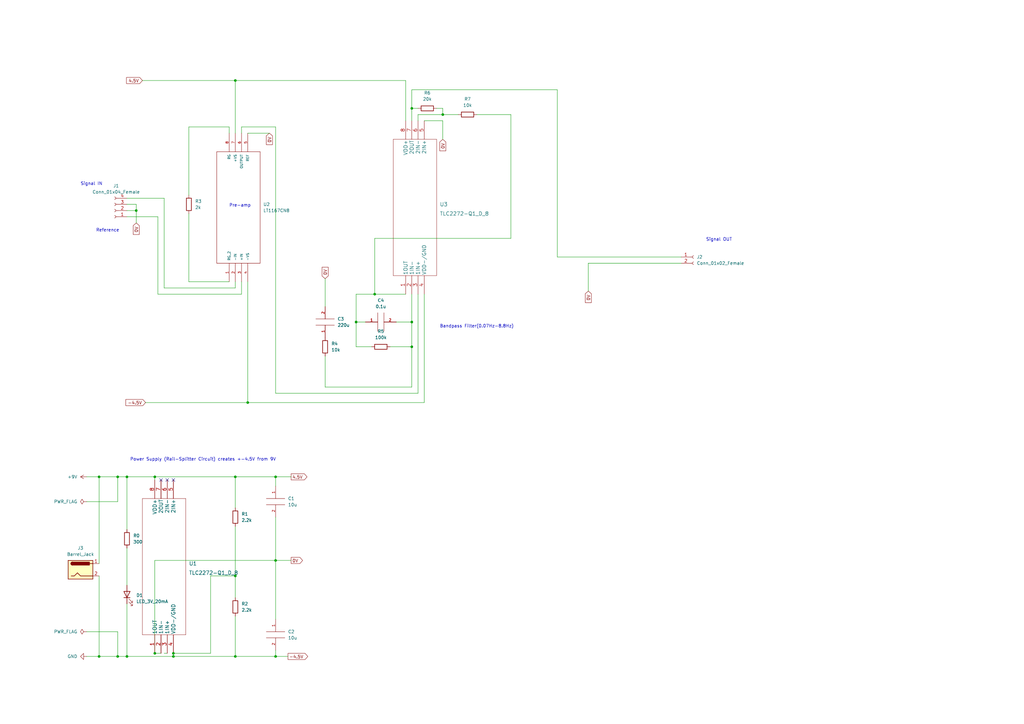
<source format=kicad_sch>
(kicad_sch (version 20211123) (generator eeschema)
  (paper "A3")
  (lib_symbols
    (symbol "2022-05-08_21-14-39:TLC2272-Q1_D_8" (pin_names (offset 0.254))
      (property "Reference" "U" (at 35.56 10.16 0))
      (property "Value" "TLC2272-Q1_D_8" (at 35.56 7.62 0))
      (symbol "TLC2272-Q1_D_8_1_1"
        (polyline (pts (xy 7.62 -12.7) (xy 63.5 -12.7)) (stroke (width 0.127)))
        (polyline (pts (xy 7.62 5.08) (xy 7.62 -12.7)) (stroke (width 0.127)))
        (polyline (pts (xy 63.5 -12.7) (xy 63.5 5.08)) (stroke (width 0.127)))
        (polyline (pts (xy 63.5 5.08) (xy 7.62 5.08)) (stroke (width 0.127)))
        (pin output line (at 0 0 0) (length 7.62) (name "1OUT") (number "1"))
        (pin input line (at 0 -2.54 0) (length 7.62) (name "1IN-") (number "2"))
        (pin input line (at 0 -5.08 0) (length 7.62) (name "1IN+") (number "3"))
        (pin power_in line (at 0 -7.62 0) (length 7.62) (name "VDD-/GND") (number "4"))
        (pin input line (at 71.12 -7.62 180) (length 7.62) (name "2IN+") (number "5"))
        (pin input line (at 71.12 -5.08 180) (length 7.62) (name "2IN-") (number "6"))
        (pin output line (at 71.12 -2.54 180) (length 7.62) (name "2OUT") (number "7"))
        (pin power_in line (at 71.12 0 180) (length 7.62) (name "VDD+") (number "8"))
      )
    )
    (symbol "Connector:Barrel_Jack" (pin_names (offset 1.016))
      (property "Reference" "J" (at 0 5.334 0))
      (property "Value" "Barrel_Jack" (at 0 -5.08 0))
      (symbol "Barrel_Jack_0_1"
        (rectangle (start -5.08 3.81) (end 5.08 -3.81) (stroke (width 0.254)) (fill (type background)))
        (arc (start -3.302 3.175) (mid -3.937 2.54) (end -3.302 1.905) (stroke (width 0.254)))
        (arc (start -3.302 3.175) (mid -3.937 2.54) (end -3.302 1.905) (stroke (width 0.254)) (fill (type outline)))
        (polyline (pts (xy 5.08 2.54) (xy 3.81 2.54)) (stroke (width 0.254)))
        (polyline (pts (xy -3.81 -2.54) (xy -2.54 -2.54) (xy -1.27 -1.27) (xy 0 -2.54) (xy 2.54 -2.54) (xy 5.08 -2.54)) (stroke (width 0.254)))
        (rectangle (start 3.683 3.175) (end -3.302 1.905) (stroke (width 0.254)) (fill (type outline)))
      )
      (symbol "Barrel_Jack_1_1"
        (pin passive line (at 7.62 2.54 180) (length 2.54) (name "~") (number "1"))
        (pin passive line (at 7.62 -2.54 180) (length 2.54) (name "~") (number "2"))
      )
    )
    (symbol "Connector:Conn_01x02_Female" (pin_names (offset 1.016) hide)
      (property "Reference" "J" (at 0 2.54 0))
      (property "Value" "Conn_01x02_Female" (at 0 -5.08 0))
      (symbol "Conn_01x02_Female_1_1"
        (arc (start 0 -2.032) (mid -0.508 -2.54) (end 0 -3.048) (stroke (width 0.1524)))
        (polyline (pts (xy -1.27 -2.54) (xy -0.508 -2.54)) (stroke (width 0.1524)))
        (polyline (pts (xy -1.27 0) (xy -0.508 0)) (stroke (width 0.1524)))
        (arc (start 0 0.508) (mid -0.508 0) (end 0 -0.508) (stroke (width 0.1524)))
        (pin passive line (at -5.08 0 0) (length 3.81) (name "Pin_1") (number "1"))
        (pin passive line (at -5.08 -2.54 0) (length 3.81) (name "Pin_2") (number "2"))
      )
    )
    (symbol "Connector:Conn_01x04_Female" (pin_names (offset 1.016) hide)
      (property "Reference" "J" (at 0 5.08 0))
      (property "Value" "Conn_01x04_Female" (at 0 -7.62 0))
      (symbol "Conn_01x04_Female_1_1"
        (arc (start 0 -4.572) (mid -0.508 -5.08) (end 0 -5.588) (stroke (width 0.1524)))
        (arc (start 0 -2.032) (mid -0.508 -2.54) (end 0 -3.048) (stroke (width 0.1524)))
        (polyline (pts (xy -1.27 -5.08) (xy -0.508 -5.08)) (stroke (width 0.1524)))
        (polyline (pts (xy -1.27 -2.54) (xy -0.508 -2.54)) (stroke (width 0.1524)))
        (polyline (pts (xy -1.27 0) (xy -0.508 0)) (stroke (width 0.1524)))
        (polyline (pts (xy -1.27 2.54) (xy -0.508 2.54)) (stroke (width 0.1524)))
        (arc (start 0 0.508) (mid -0.508 0) (end 0 -0.508) (stroke (width 0.1524)))
        (arc (start 0 3.048) (mid -0.508 2.54) (end 0 2.032) (stroke (width 0.1524)))
        (pin passive line (at -5.08 2.54 0) (length 3.81) (name "Pin_1") (number "1"))
        (pin passive line (at -5.08 0 0) (length 3.81) (name "Pin_2") (number "2"))
        (pin passive line (at -5.08 -2.54 0) (length 3.81) (name "Pin_3") (number "3"))
        (pin passive line (at -5.08 -5.08 0) (length 3.81) (name "Pin_4") (number "4"))
      )
    )
    (symbol "Device:LED" (pin_numbers hide) (pin_names (offset 1.016) hide)
      (property "Reference" "D" (at 0 2.54 0))
      (property "Value" "LED" (at 0 -2.54 0))
      (symbol "LED_0_1"
        (polyline (pts (xy -1.27 -1.27) (xy -1.27 1.27)) (stroke (width 0.254)))
        (polyline (pts (xy -1.27 0) (xy 1.27 0)))
        (polyline (pts (xy 1.27 -1.27) (xy 1.27 1.27) (xy -1.27 0) (xy 1.27 -1.27)) (stroke (width 0.254)))
        (polyline (pts (xy -3.048 -0.762) (xy -4.572 -2.286) (xy -3.81 -2.286) (xy -4.572 -2.286) (xy -4.572 -1.524)))
        (polyline (pts (xy -1.778 -0.762) (xy -3.302 -2.286) (xy -2.54 -2.286) (xy -3.302 -2.286) (xy -3.302 -1.524)))
      )
      (symbol "LED_1_1"
        (pin passive line (at -3.81 0 0) (length 2.54) (name "K") (number "1"))
        (pin passive line (at 3.81 0 180) (length 2.54) (name "A") (number "2"))
      )
    )
    (symbol "Device:R" (pin_numbers hide) (pin_names (offset 0))
      (property "Reference" "R" (at 2.032 0 90))
      (property "Value" "R" (at 0 0 90))
      (symbol "R_0_1"
        (rectangle (start -1.016 -2.54) (end 1.016 2.54) (stroke (width 0.254)))
      )
      (symbol "R_1_1"
        (pin passive line (at 0 3.81 270) (length 1.27) (name "~") (number "1"))
        (pin passive line (at 0 -3.81 90) (length 1.27) (name "~") (number "2"))
      )
    )
    (symbol "LT1167CN8:LT1167CN8" (pin_names (offset 1.016))
      (property "Reference" "U" (at 25.7556 9.1186 0))
      (property "Value" "LT1167CN8" (at 25.1206 6.5786 0))
      (symbol "LT1167CN8_0_0"
        (polyline (pts (xy 7.62 -12.7) (xy 53.34 -12.7)) (stroke (width 0.1524)))
        (polyline (pts (xy 7.62 5.08) (xy 7.62 -12.7)) (stroke (width 0.1524)))
        (polyline (pts (xy 53.34 -12.7) (xy 53.34 5.08)) (stroke (width 0.1524)))
        (polyline (pts (xy 53.34 5.08) (xy 7.62 5.08)) (stroke (width 0.1524)))
        (pin passive line (at 0 0 0) (length 7.62) (name "RG_2") (number "1"))
        (pin input line (at 0 -2.54 0) (length 7.62) (name "-IN") (number "2"))
        (pin input line (at 0 -5.08 0) (length 7.62) (name "+IN") (number "3"))
        (pin power_in line (at 0 -7.62 0) (length 7.62) (name "-VS") (number "4"))
        (pin passive line (at 60.96 -7.62 180) (length 7.62) (name "REF") (number "5"))
        (pin output line (at 60.96 -5.08 180) (length 7.62) (name "OUTPUT") (number "6"))
        (pin power_in line (at 60.96 -2.54 180) (length 7.62) (name "+VS") (number "7"))
        (pin passive line (at 60.96 0 180) (length 7.62) (name "RG") (number "8"))
      )
    )
    (symbol "power:+9V" (power) (pin_names (offset 0))
      (property "Value" "+9V" (at 0 3.556 0))
      (symbol "+9V_0_1"
        (polyline (pts (xy -0.762 1.27) (xy 0 2.54)))
        (polyline (pts (xy 0 0) (xy 0 2.54)))
        (polyline (pts (xy 0 2.54) (xy 0.762 1.27)))
      )
      (symbol "+9V_1_1"
        (pin power_in line (at 0 0 90) (length 0) hide (name "+9V") (number "1"))
      )
    )
    (symbol "power:GND" (power) (pin_names (offset 0))
      (property "Value" "GND" (at 0 -3.81 0))
      (symbol "GND_0_1"
        (polyline (pts (xy 0 0) (xy 0 -1.27) (xy 1.27 -1.27) (xy 0 -2.54) (xy -1.27 -1.27) (xy 0 -1.27)))
      )
      (symbol "GND_1_1"
        (pin power_in line (at 0 0 270) (length 0) hide (name "GND") (number "1"))
      )
    )
    (symbol "power:PWR_FLAG" (power) (pin_numbers hide) (pin_names (offset 0) hide)
      (property "Value" "PWR_FLAG" (at 0 3.81 0))
      (symbol "PWR_FLAG_0_0"
        (pin power_out line (at 0 0 90) (length 0) (name "pwr") (number "1"))
      )
      (symbol "PWR_FLAG_0_1"
        (polyline (pts (xy 0 0) (xy 0 1.27) (xy -1.016 1.905) (xy 0 2.54) (xy 1.016 1.905) (xy 0 1.27)))
      )
    )
    (symbol "pspice:C" (pin_names (offset 0.254))
      (property "Reference" "C" (at 2.54 3.81 90))
      (property "Value" "C" (at 2.54 -3.81 90))
      (symbol "C_0_1"
        (polyline (pts (xy -3.81 -1.27) (xy 3.81 -1.27)))
        (polyline (pts (xy -3.81 1.27) (xy 3.81 1.27)))
      )
      (symbol "C_1_1"
        (pin passive line (at 0 6.35 270) (length 5.08) (name "~") (number "1"))
        (pin passive line (at 0 -6.35 90) (length 5.08) (name "~") (number "2"))
      )
    )
  )
  (junction (at 63.5 195.58))
  (junction (at 168.91 142.24))
  (junction (at 168.91 132.08))
  (junction (at 40.64 195.58))
  (junction (at 113.03 269.24))
  (junction (at 146.05 132.08))
  (junction (at 48.26 269.24))
  (junction (at 113.03 195.58))
  (junction (at 96.52 236.22))
  (junction (at 71.12 267.97))
  (junction (at 63.5 267.97))
  (junction (at 113.03 229.87))
  (junction (at 96.52 269.24))
  (junction (at 55.88 86.36))
  (junction (at 52.07 269.24))
  (junction (at 96.52 195.58))
  (junction (at 48.26 195.58))
  (junction (at 168.91 44.45))
  (junction (at 96.52 33.02))
  (junction (at 181.61 46.99))
  (junction (at 101.6 165.1))
  (junction (at 153.67 120.65))
  (junction (at 40.64 269.24))
  (junction (at 52.07 195.58))
  (junction (at 71.12 269.24))
  (no_connect (at 71.12 196.85))
  (no_connect (at 68.58 196.85))
  (no_connect (at 66.04 196.85))
  (wire (pts (xy 35.56 269.24) (xy 40.64 269.24)))
  (wire (pts (xy 146.05 142.24) (xy 146.05 132.08)))
  (wire (pts (xy 96.52 195.58) (xy 96.52 208.28)))
  (wire (pts (xy 113.03 266.7) (xy 113.03 269.24)))
  (wire (pts (xy 40.64 195.58) (xy 40.64 231.14)))
  (wire (pts (xy 86.36 236.22) (xy 86.36 267.97)))
  (wire (pts (xy 119.38 229.87) (xy 113.03 229.87)))
  (wire (pts (xy 71.12 267.97) (xy 71.12 269.24)))
  (wire (pts (xy 146.05 132.08) (xy 149.86 132.08)))
  (wire (pts (xy 63.5 267.97) (xy 63.5 229.87)))
  (wire (pts (xy 55.88 83.82) (xy 52.07 83.82)))
  (wire (pts (xy 168.91 44.45) (xy 168.91 36.83)))
  (wire (pts (xy 52.07 247.65) (xy 52.07 269.24)))
  (wire (pts (xy 40.64 195.58) (xy 48.26 195.58)))
  (wire (pts (xy 153.67 97.79) (xy 209.55 97.79)))
  (wire (pts (xy 113.03 195.58) (xy 119.38 195.58)))
  (wire (pts (xy 162.56 132.08) (xy 168.91 132.08)))
  (wire (pts (xy 96.52 115.57) (xy 96.52 118.11)))
  (wire (pts (xy 181.61 46.99) (xy 187.96 46.99)))
  (wire (pts (xy 52.07 224.79) (xy 52.07 240.03)))
  (wire (pts (xy 48.26 259.08) (xy 48.26 269.24)))
  (wire (pts (xy 96.52 33.02) (xy 96.52 54.61)))
  (wire (pts (xy 48.26 205.74) (xy 48.26 195.58)))
  (wire (pts (xy 71.12 269.24) (xy 96.52 269.24)))
  (wire (pts (xy 59.69 165.1) (xy 101.6 165.1)))
  (wire (pts (xy 168.91 120.65) (xy 168.91 132.08)))
  (wire (pts (xy 173.99 120.65) (xy 173.99 165.1)))
  (wire (pts (xy 35.56 205.74) (xy 48.26 205.74)))
  (wire (pts (xy 209.55 97.79) (xy 209.55 46.99)))
  (wire (pts (xy 96.52 236.22) (xy 86.36 236.22)))
  (wire (pts (xy 96.52 236.22) (xy 96.52 245.11)))
  (wire (pts (xy 58.42 33.02) (xy 96.52 33.02)))
  (wire (pts (xy 63.5 267.97) (xy 66.04 267.97)))
  (wire (pts (xy 181.61 44.45) (xy 179.07 44.45)))
  (wire (pts (xy 241.3 107.95) (xy 279.4 107.95)))
  (wire (pts (xy 77.47 115.57) (xy 93.98 115.57)))
  (wire (pts (xy 171.45 46.99) (xy 181.61 46.99)))
  (wire (pts (xy 48.26 269.24) (xy 52.07 269.24)))
  (wire (pts (xy 63.5 195.58) (xy 96.52 195.58)))
  (wire (pts (xy 96.52 215.9) (xy 96.52 236.22)))
  (wire (pts (xy 168.91 49.53) (xy 168.91 44.45)))
  (wire (pts (xy 71.12 267.97) (xy 86.36 267.97)))
  (wire (pts (xy 40.64 236.22) (xy 40.64 269.24)))
  (wire (pts (xy 113.03 212.09) (xy 113.03 229.87)))
  (wire (pts (xy 168.91 142.24) (xy 168.91 158.75)))
  (wire (pts (xy 52.07 81.28) (xy 67.31 81.28)))
  (wire (pts (xy 195.58 46.99) (xy 209.55 46.99)))
  (wire (pts (xy 99.06 120.65) (xy 64.77 120.65)))
  (wire (pts (xy 181.61 46.99) (xy 181.61 44.45)))
  (wire (pts (xy 96.52 252.73) (xy 96.52 269.24)))
  (wire (pts (xy 93.98 52.07) (xy 93.98 54.61)))
  (wire (pts (xy 96.52 118.11) (xy 67.31 118.11)))
  (wire (pts (xy 40.64 269.24) (xy 48.26 269.24)))
  (wire (pts (xy 52.07 195.58) (xy 52.07 217.17)))
  (wire (pts (xy 99.06 115.57) (xy 99.06 120.65)))
  (wire (pts (xy 96.52 269.24) (xy 113.03 269.24)))
  (wire (pts (xy 63.5 229.87) (xy 113.03 229.87)))
  (wire (pts (xy 153.67 97.79) (xy 153.67 120.65)))
  (wire (pts (xy 133.35 158.75) (xy 168.91 158.75)))
  (wire (pts (xy 228.6 36.83) (xy 228.6 105.41)))
  (wire (pts (xy 133.35 146.05) (xy 133.35 158.75)))
  (wire (pts (xy 52.07 195.58) (xy 63.5 195.58)))
  (wire (pts (xy 101.6 165.1) (xy 173.99 165.1)))
  (wire (pts (xy 48.26 195.58) (xy 52.07 195.58)))
  (wire (pts (xy 67.31 118.11) (xy 67.31 81.28)))
  (wire (pts (xy 35.56 195.58) (xy 40.64 195.58)))
  (wire (pts (xy 166.37 33.02) (xy 166.37 49.53)))
  (wire (pts (xy 133.35 114.3) (xy 133.35 125.73)))
  (wire (pts (xy 241.3 107.95) (xy 241.3 119.38)))
  (wire (pts (xy 113.03 52.07) (xy 99.06 52.07)))
  (wire (pts (xy 67.31 267.97) (xy 68.58 267.97)))
  (wire (pts (xy 153.67 120.65) (xy 166.37 120.65)))
  (wire (pts (xy 55.88 86.36) (xy 52.07 86.36)))
  (wire (pts (xy 64.77 120.65) (xy 64.77 88.9)))
  (wire (pts (xy 77.47 87.63) (xy 77.47 115.57)))
  (wire (pts (xy 63.5 196.85) (xy 63.5 195.58)))
  (wire (pts (xy 113.03 52.07) (xy 113.03 161.29)))
  (wire (pts (xy 64.77 88.9) (xy 52.07 88.9)))
  (wire (pts (xy 160.02 142.24) (xy 168.91 142.24)))
  (wire (pts (xy 55.88 86.36) (xy 55.88 91.44)))
  (wire (pts (xy 110.49 54.61) (xy 101.6 54.61)))
  (wire (pts (xy 113.03 161.29) (xy 171.45 161.29)))
  (wire (pts (xy 171.45 161.29) (xy 171.45 120.65)))
  (wire (pts (xy 101.6 115.57) (xy 101.6 165.1)))
  (wire (pts (xy 99.06 52.07) (xy 99.06 54.61)))
  (wire (pts (xy 168.91 44.45) (xy 171.45 44.45)))
  (wire (pts (xy 173.99 49.53) (xy 181.61 49.53)))
  (wire (pts (xy 96.52 195.58) (xy 113.03 195.58)))
  (wire (pts (xy 171.45 46.99) (xy 171.45 49.53)))
  (wire (pts (xy 146.05 120.65) (xy 153.67 120.65)))
  (wire (pts (xy 228.6 105.41) (xy 279.4 105.41)))
  (wire (pts (xy 181.61 49.53) (xy 181.61 57.15)))
  (wire (pts (xy 113.03 269.24) (xy 118.11 269.24)))
  (wire (pts (xy 146.05 120.65) (xy 146.05 132.08)))
  (wire (pts (xy 168.91 132.08) (xy 168.91 142.24)))
  (wire (pts (xy 77.47 52.07) (xy 77.47 80.01)))
  (wire (pts (xy 152.4 142.24) (xy 146.05 142.24)))
  (wire (pts (xy 113.03 195.58) (xy 113.03 199.39)))
  (wire (pts (xy 96.52 33.02) (xy 166.37 33.02)))
  (wire (pts (xy 113.03 229.87) (xy 113.03 254)))
  (wire (pts (xy 93.98 52.07) (xy 77.47 52.07)))
  (wire (pts (xy 35.56 259.08) (xy 48.26 259.08)))
  (wire (pts (xy 52.07 269.24) (xy 71.12 269.24)))
  (wire (pts (xy 168.91 36.83) (xy 228.6 36.83)))
  (wire (pts (xy 55.88 83.82) (xy 55.88 86.36)))
  (text "Signal OUT\n" (at 289.56 99.06 0) (effects (font (size 1.27 1.27)) (justify left bottom)))
  (text "Signal IN" (at 33.02 76.2 0) (effects (font (size 1.27 1.27)) (justify left bottom)))
  (text "Bandpass Filter(0.07Hz-8.8Hz)" (at 180.34 134.62 0) (effects (font (size 1.27 1.27)) (justify left bottom)))
  (text "Power Supply (Rail-Splitter Circuit) creates +-4.5V from 9V" (at 53.34 189.23 0) (effects (font (size 1.27 1.27)) (justify left bottom)))
  (text "Reference" (at 39.37 95.25 0) (effects (font (size 1.27 1.27)) (justify left bottom)))
  (text "Pre-amp" (at 93.98 85.09 0) (effects (font (size 1.27 1.27)) (justify left bottom)))
  (global_label "-4.5V" (shape output) (at 118.11 269.24 0) (property "シート間のリファレンス" "${INTERSHEET_REFS}" (effects hide)))
  (global_label "0V" (shape input) (at 133.35 114.3 90) (property "シート間のリファレンス" "${INTERSHEET_REFS}" (effects hide)))
  (global_label "0V" (shape input) (at 181.61 57.15 270) (property "シート間のリファレンス" "${INTERSHEET_REFS}" (effects hide)))
  (global_label "0V" (shape input) (at 241.3 119.38 270) (property "シート間のリファレンス" "${INTERSHEET_REFS}" (effects hide)))
  (global_label "0V" (shape output) (at 119.38 229.87 0) (property "シート間のリファレンス" "${INTERSHEET_REFS}" (effects hide)))
  (global_label "4.5V" (shape input) (at 58.42 33.02 180) (property "シート間のリファレンス" "${INTERSHEET_REFS}" (effects hide)))
  (global_label "0V" (shape input) (at 55.88 91.44 270) (property "シート間のリファレンス" "${INTERSHEET_REFS}" (effects hide)))
  (global_label "4.5V" (shape output) (at 119.38 195.58 0) (property "シート間のリファレンス" "${INTERSHEET_REFS}" (effects hide)))
  (global_label "-4.5V" (shape input) (at 59.69 165.1 180) (property "シート間のリファレンス" "${INTERSHEET_REFS}" (effects hide)))
  (global_label "0V" (shape input) (at 110.49 54.61 270) (property "シート間のリファレンス" "${INTERSHEET_REFS}" (effects hide)))
  (symbol (lib_id "power:PWR_FLAG") (at 35.56 205.74 90) (unit 1)
    (property "Reference" "#FLG0102" (effects hide))
    (property "Value" "PWR_FLAG" (at 31.75 205.7399 90) (effects (justify left)))
  )
  (symbol (lib_id "Device:R") (at 191.77 46.99 90) (unit 1)
    (property "Reference" "R7" (at 191.77 40.64 90))
    (property "Value" "10k" (at 191.77 43.18 90))
    (property "Footprint" "Resistor_THT:R_Axial_DIN0207_L6.3mm_D2.5mm_P7.62mm_Horizontal" (effects hide))
  )
  (symbol (lib_id "Connector:Conn_01x02_Female") (at 284.48 105.41 0) (unit 1)
    (property "Reference" "J2" (at 285.75 105.4099 0) (effects (justify left)))
    (property "Value" "Conn_01x02_Female" (at 285.75 107.9499 0) (effects (justify left)))
    (property "Footprint" "Connector_PinSocket_2.54mm:PinSocket_1x02_P2.54mm_Vertical" (effects hide))
  )
  (symbol (lib_id "Connector:Barrel_Jack") (at 33.02 233.68 0) (unit 1)
    (property "Reference" "J3" (at 33.02 224.79 0))
    (property "Value" "Barrel_Jack" (at 33.02 227.33 0))
    (property "Footprint" "Connector_BarrelJack:BarrelJack_Horizontal" (effects hide))
  )
  (symbol (lib_id "Device:R") (at 52.07 220.98 0) (unit 1)
    (property "Reference" "R0" (at 54.61 219.7099 0) (effects (justify left)))
    (property "Value" "300" (at 54.61 222.2499 0) (effects (justify left)))
    (property "Footprint" "Resistor_THT:R_Axial_DIN0207_L6.3mm_D2.5mm_P2.54mm_Vertical" (effects hide))
  )
  (symbol (lib_id "pspice:C") (at 156.21 132.08 90) (unit 1)
    (property "Reference" "C4" (at 156.21 123.19 90))
    (property "Value" "0.1u" (at 156.21 125.73 90))
    (property "Footprint" "Capacitor_THT:C_Disc_D5.0mm_W2.5mm_P5.00mm" (effects hide))
  )
  (symbol (lib_id "Device:R") (at 77.47 83.82 0) (unit 1)
    (property "Reference" "R3" (at 80.01 82.5499 0) (effects (justify left)))
    (property "Value" "2k" (at 80.01 85.0899 0) (effects (justify left)))
    (property "Footprint" "Resistor_THT:R_Axial_DIN0207_L6.3mm_D2.5mm_P7.62mm_Horizontal" (effects hide))
  )
  (symbol (lib_id "Device:LED") (at 52.07 243.84 90) (unit 1)
    (property "Reference" "D1" (at 55.88 244.1574 90) (effects (justify right)))
    (property "Value" "LED_3V_20mA" (at 55.88 246.6974 90) (effects (justify right)))
    (property "Footprint" "LED_THT:LED_D3.0mm" (effects hide))
  )
  (symbol (lib_id "Device:R") (at 133.35 142.24 180) (unit 1)
    (property "Reference" "R4" (at 135.89 140.9699 0) (effects (justify right)))
    (property "Value" "10k" (at 135.89 143.5099 0) (effects (justify right)))
    (property "Footprint" "Resistor_THT:R_Axial_DIN0207_L6.3mm_D2.5mm_P7.62mm_Horizontal" (effects hide))
  )
  (symbol (lib_id "LT1167CN8:LT1167CN8") (at 93.98 115.57 90) (unit 1)
    (property "Reference" "U2" (at 107.95 83.8199 90) (effects (justify right)))
    (property "Value" "LT1167CN8" (at 107.95 86.3599 90) (effects (justify right)))
    (property "Footprint" "Package_DIP:DIP-8_W7.62mm" (effects hide))
    (property "MANUFACTURER_PART_NUMBER" "lt1167cn8" (effects hide))
    (property "VENDOR" "LinearTech" (effects hide))
  )
  (symbol (lib_id "power:PWR_FLAG") (at 35.56 259.08 90) (unit 1)
    (property "Reference" "#FLG0101" (effects hide))
    (property "Value" "PWR_FLAG" (at 31.75 259.0799 90) (effects (justify left)))
  )
  (symbol (lib_id "Device:R") (at 96.52 212.09 0) (unit 1)
    (property "Reference" "R1" (at 99.06 210.8199 0) (effects (justify left)))
    (property "Value" "2.2k" (at 99.06 213.3599 0) (effects (justify left)))
    (property "Footprint" "Resistor_THT:R_Axial_DIN0207_L6.3mm_D2.5mm_P7.62mm_Horizontal" (effects hide))
  )
  (symbol (lib_id "pspice:C") (at 113.03 205.74 0) (unit 1)
    (property "Reference" "C1" (at 118.11 204.4699 0) (effects (justify left)))
    (property "Value" "10u" (at 118.11 207.0099 0) (effects (justify left)))
    (property "Footprint" "Capacitor_THT:C_Disc_D5.0mm_W2.5mm_P5.00mm" (effects hide))
  )
  (symbol (lib_id "pspice:C") (at 133.35 132.08 180) (unit 1)
    (property "Reference" "C3" (at 138.43 130.8099 0) (effects (justify right)))
    (property "Value" "220u" (at 138.43 133.3499 0) (effects (justify right)))
    (property "Footprint" "Capacitor_THT:CP_Radial_D6.3mm_P2.50mm" (effects hide))
  )
  (symbol (lib_id "Device:R") (at 175.26 44.45 270) (unit 1)
    (property "Reference" "R6" (at 175.26 38.1 90))
    (property "Value" "20k" (at 175.26 40.64 90))
    (property "Footprint" "Resistor_THT:R_Axial_DIN0207_L6.3mm_D2.5mm_P7.62mm_Horizontal" (effects hide))
  )
  (symbol (lib_id "power:GND") (at 35.56 269.24 270) (unit 1)
    (property "Reference" "#PWR0102" (effects hide))
    (property "Value" "GND" (at 31.75 269.2399 90) (effects (justify right)))
  )
  (symbol (lib_id "2022-05-08_21-14-39:TLC2272-Q1_D_8") (at 166.37 120.65 90) (unit 1)
    (property "Reference" "U3" (at 180.34 83.82 90) (effects (font (size 1.524 1.524)) (justify right)))
    (property "Value" "TLC2272-Q1_D_8" (at 180.34 87.63 90) (effects (font (size 1.524 1.524)) (justify right)))
    (property "Footprint" "Package_DIP:DIP-8_W7.62mm" (effects hide))
  )
  (symbol (lib_id "Connector:Conn_01x04_Female") (at 46.99 86.36 180) (unit 1)
    (property "Reference" "J1" (at 47.625 76.2 0))
    (property "Value" "Conn_01x04_Female" (at 47.625 78.74 0))
    (property "Footprint" "Connector_PinSocket_2.54mm:PinSocket_1x04_P2.54mm_Horizontal" (effects hide))
  )
  (symbol (lib_id "Device:R") (at 96.52 248.92 0) (unit 1)
    (property "Reference" "R2" (at 99.06 247.6499 0) (effects (justify left)))
    (property "Value" "2.2k" (at 99.06 250.1899 0) (effects (justify left)))
    (property "Footprint" "Resistor_THT:R_Axial_DIN0207_L6.3mm_D2.5mm_P7.62mm_Horizontal" (effects hide))
  )
  (symbol (lib_id "2022-05-08_21-14-39:TLC2272-Q1_D_8") (at 63.5 267.97 90) (unit 1)
    (property "Reference" "U1" (at 77.47 231.14 90) (effects (font (size 1.524 1.524)) (justify right)))
    (property "Value" "TLC2272-Q1_D_8" (at 77.47 234.95 90) (effects (font (size 1.524 1.524)) (justify right)))
    (property "Footprint" "Package_DIP:DIP-8_W7.62mm" (effects hide))
  )
  (symbol (lib_id "power:+9V") (at 35.56 195.58 90) (unit 1)
    (property "Reference" "#PWR0101" (effects hide))
    (property "Value" "+9V" (at 31.75 195.5799 90) (effects (justify left)))
  )
  (symbol (lib_id "Device:R") (at 156.21 142.24 90) (unit 1)
    (property "Reference" "R5" (at 156.21 135.89 90))
    (property "Value" "100k" (at 156.21 138.43 90))
    (property "Footprint" "Resistor_THT:R_Axial_DIN0207_L6.3mm_D2.5mm_P7.62mm_Horizontal" (effects hide))
  )
  (symbol (lib_id "pspice:C") (at 113.03 260.35 0) (unit 1)
    (property "Reference" "C2" (at 118.11 259.0799 0) (effects (justify left)))
    (property "Value" "10u" (at 118.11 261.6199 0) (effects (justify left)))
    (property "Footprint" "Capacitor_THT:C_Disc_D5.0mm_W2.5mm_P5.00mm" (effects hide))
  )
)
</source>
